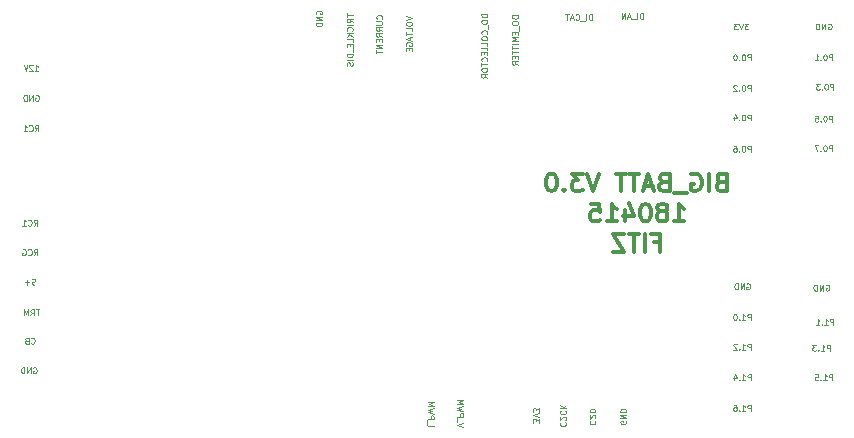
<source format=gbo>
G04 #@! TF.GenerationSoftware,KiCad,Pcbnew,6.0.0-rc1-unknown-179dfa0~84~ubuntu18.04.1*
G04 #@! TF.CreationDate,2019-04-16T21:03:25-07:00
G04 #@! TF.ProjectId,big_battery_v3,6269675f-6261-4747-9465-72795f76332e,rev?*
G04 #@! TF.SameCoordinates,Original*
G04 #@! TF.FileFunction,Legend,Bot*
G04 #@! TF.FilePolarity,Positive*
%FSLAX46Y46*%
G04 Gerber Fmt 4.6, Leading zero omitted, Abs format (unit mm)*
G04 Created by KiCad (PCBNEW 6.0.0-rc1-unknown-179dfa0~84~ubuntu18.04.1) date Tue 16 Apr 2019 09:03:25 PM PDT*
%MOMM*%
%LPD*%
G04 APERTURE LIST*
%ADD10C,0.300000*%
%ADD11C,0.100000*%
G04 APERTURE END LIST*
D10*
X64507142Y-19042857D02*
X64292857Y-19114285D01*
X64221428Y-19185714D01*
X64150000Y-19328571D01*
X64150000Y-19542857D01*
X64221428Y-19685714D01*
X64292857Y-19757142D01*
X64435714Y-19828571D01*
X65007142Y-19828571D01*
X65007142Y-18328571D01*
X64507142Y-18328571D01*
X64364285Y-18400000D01*
X64292857Y-18471428D01*
X64221428Y-18614285D01*
X64221428Y-18757142D01*
X64292857Y-18900000D01*
X64364285Y-18971428D01*
X64507142Y-19042857D01*
X65007142Y-19042857D01*
X63507142Y-19828571D02*
X63507142Y-18328571D01*
X62007142Y-18400000D02*
X62150000Y-18328571D01*
X62364285Y-18328571D01*
X62578571Y-18400000D01*
X62721428Y-18542857D01*
X62792857Y-18685714D01*
X62864285Y-18971428D01*
X62864285Y-19185714D01*
X62792857Y-19471428D01*
X62721428Y-19614285D01*
X62578571Y-19757142D01*
X62364285Y-19828571D01*
X62221428Y-19828571D01*
X62007142Y-19757142D01*
X61935714Y-19685714D01*
X61935714Y-19185714D01*
X62221428Y-19185714D01*
X61650000Y-19971428D02*
X60507142Y-19971428D01*
X59650000Y-19042857D02*
X59435714Y-19114285D01*
X59364285Y-19185714D01*
X59292857Y-19328571D01*
X59292857Y-19542857D01*
X59364285Y-19685714D01*
X59435714Y-19757142D01*
X59578571Y-19828571D01*
X60150000Y-19828571D01*
X60150000Y-18328571D01*
X59650000Y-18328571D01*
X59507142Y-18400000D01*
X59435714Y-18471428D01*
X59364285Y-18614285D01*
X59364285Y-18757142D01*
X59435714Y-18900000D01*
X59507142Y-18971428D01*
X59650000Y-19042857D01*
X60150000Y-19042857D01*
X58721428Y-19400000D02*
X58007142Y-19400000D01*
X58864285Y-19828571D02*
X58364285Y-18328571D01*
X57864285Y-19828571D01*
X57578571Y-18328571D02*
X56721428Y-18328571D01*
X57150000Y-19828571D02*
X57150000Y-18328571D01*
X56435714Y-18328571D02*
X55578571Y-18328571D01*
X56007142Y-19828571D02*
X56007142Y-18328571D01*
X54150000Y-18328571D02*
X53650000Y-19828571D01*
X53150000Y-18328571D01*
X52792857Y-18328571D02*
X51864285Y-18328571D01*
X52364285Y-18900000D01*
X52150000Y-18900000D01*
X52007142Y-18971428D01*
X51935714Y-19042857D01*
X51864285Y-19185714D01*
X51864285Y-19542857D01*
X51935714Y-19685714D01*
X52007142Y-19757142D01*
X52150000Y-19828571D01*
X52578571Y-19828571D01*
X52721428Y-19757142D01*
X52792857Y-19685714D01*
X51221428Y-19685714D02*
X51150000Y-19757142D01*
X51221428Y-19828571D01*
X51292857Y-19757142D01*
X51221428Y-19685714D01*
X51221428Y-19828571D01*
X50221428Y-18328571D02*
X50078571Y-18328571D01*
X49935714Y-18400000D01*
X49864285Y-18471428D01*
X49792857Y-18614285D01*
X49721428Y-18900000D01*
X49721428Y-19257142D01*
X49792857Y-19542857D01*
X49864285Y-19685714D01*
X49935714Y-19757142D01*
X50078571Y-19828571D01*
X50221428Y-19828571D01*
X50364285Y-19757142D01*
X50435714Y-19685714D01*
X50507142Y-19542857D01*
X50578571Y-19257142D01*
X50578571Y-18900000D01*
X50507142Y-18614285D01*
X50435714Y-18471428D01*
X50364285Y-18400000D01*
X50221428Y-18328571D01*
X60542857Y-22378571D02*
X61400000Y-22378571D01*
X60971428Y-22378571D02*
X60971428Y-20878571D01*
X61114285Y-21092857D01*
X61257142Y-21235714D01*
X61400000Y-21307142D01*
X59685714Y-21521428D02*
X59828571Y-21450000D01*
X59900000Y-21378571D01*
X59971428Y-21235714D01*
X59971428Y-21164285D01*
X59900000Y-21021428D01*
X59828571Y-20950000D01*
X59685714Y-20878571D01*
X59400000Y-20878571D01*
X59257142Y-20950000D01*
X59185714Y-21021428D01*
X59114285Y-21164285D01*
X59114285Y-21235714D01*
X59185714Y-21378571D01*
X59257142Y-21450000D01*
X59400000Y-21521428D01*
X59685714Y-21521428D01*
X59828571Y-21592857D01*
X59900000Y-21664285D01*
X59971428Y-21807142D01*
X59971428Y-22092857D01*
X59900000Y-22235714D01*
X59828571Y-22307142D01*
X59685714Y-22378571D01*
X59400000Y-22378571D01*
X59257142Y-22307142D01*
X59185714Y-22235714D01*
X59114285Y-22092857D01*
X59114285Y-21807142D01*
X59185714Y-21664285D01*
X59257142Y-21592857D01*
X59400000Y-21521428D01*
X58185714Y-20878571D02*
X58042857Y-20878571D01*
X57900000Y-20950000D01*
X57828571Y-21021428D01*
X57757142Y-21164285D01*
X57685714Y-21450000D01*
X57685714Y-21807142D01*
X57757142Y-22092857D01*
X57828571Y-22235714D01*
X57900000Y-22307142D01*
X58042857Y-22378571D01*
X58185714Y-22378571D01*
X58328571Y-22307142D01*
X58400000Y-22235714D01*
X58471428Y-22092857D01*
X58542857Y-21807142D01*
X58542857Y-21450000D01*
X58471428Y-21164285D01*
X58400000Y-21021428D01*
X58328571Y-20950000D01*
X58185714Y-20878571D01*
X56400000Y-21378571D02*
X56400000Y-22378571D01*
X56757142Y-20807142D02*
X57114285Y-21878571D01*
X56185714Y-21878571D01*
X54828571Y-22378571D02*
X55685714Y-22378571D01*
X55257142Y-22378571D02*
X55257142Y-20878571D01*
X55400000Y-21092857D01*
X55542857Y-21235714D01*
X55685714Y-21307142D01*
X53471428Y-20878571D02*
X54185714Y-20878571D01*
X54257142Y-21592857D01*
X54185714Y-21521428D01*
X54042857Y-21450000D01*
X53685714Y-21450000D01*
X53542857Y-21521428D01*
X53471428Y-21592857D01*
X53400000Y-21735714D01*
X53400000Y-22092857D01*
X53471428Y-22235714D01*
X53542857Y-22307142D01*
X53685714Y-22378571D01*
X54042857Y-22378571D01*
X54185714Y-22307142D01*
X54257142Y-22235714D01*
X58828571Y-24142857D02*
X59328571Y-24142857D01*
X59328571Y-24928571D02*
X59328571Y-23428571D01*
X58614285Y-23428571D01*
X58042857Y-24928571D02*
X58042857Y-23428571D01*
X57542857Y-23428571D02*
X56685714Y-23428571D01*
X57114285Y-24928571D02*
X57114285Y-23428571D01*
X56328571Y-23428571D02*
X55328571Y-23428571D01*
X56328571Y-24928571D01*
X55328571Y-24928571D01*
D11*
X39673809Y-39711904D02*
X40173809Y-39711904D01*
X39626190Y-39592857D02*
X39626190Y-39211904D01*
X39673809Y-39092857D02*
X40173809Y-39092857D01*
X40173809Y-38902380D01*
X40150000Y-38854761D01*
X40126190Y-38830952D01*
X40078571Y-38807142D01*
X40007142Y-38807142D01*
X39959523Y-38830952D01*
X39935714Y-38854761D01*
X39911904Y-38902380D01*
X39911904Y-39092857D01*
X40173809Y-38640476D02*
X39673809Y-38521428D01*
X40030952Y-38426190D01*
X39673809Y-38330952D01*
X40173809Y-38211904D01*
X39673809Y-38021428D02*
X40173809Y-38021428D01*
X39816666Y-37854761D01*
X40173809Y-37688095D01*
X39673809Y-37688095D01*
X42673809Y-39778571D02*
X42173809Y-39611904D01*
X42673809Y-39445238D01*
X42126190Y-39397619D02*
X42126190Y-39016666D01*
X42173809Y-38897619D02*
X42673809Y-38897619D01*
X42673809Y-38707142D01*
X42650000Y-38659523D01*
X42626190Y-38635714D01*
X42578571Y-38611904D01*
X42507142Y-38611904D01*
X42459523Y-38635714D01*
X42435714Y-38659523D01*
X42411904Y-38707142D01*
X42411904Y-38897619D01*
X42673809Y-38445238D02*
X42173809Y-38326190D01*
X42530952Y-38230952D01*
X42173809Y-38135714D01*
X42673809Y-38016666D01*
X42173809Y-37826190D02*
X42673809Y-37826190D01*
X42316666Y-37659523D01*
X42673809Y-37492857D01*
X42173809Y-37492857D01*
X6405523Y-9624190D02*
X6691238Y-9624190D01*
X6548380Y-9624190D02*
X6548380Y-9124190D01*
X6596000Y-9195619D01*
X6643619Y-9243238D01*
X6691238Y-9267047D01*
X6215047Y-9171809D02*
X6191238Y-9148000D01*
X6143619Y-9124190D01*
X6024571Y-9124190D01*
X5976952Y-9148000D01*
X5953142Y-9171809D01*
X5929333Y-9219428D01*
X5929333Y-9267047D01*
X5953142Y-9338476D01*
X6238857Y-9624190D01*
X5929333Y-9624190D01*
X5786476Y-9124190D02*
X5619809Y-9624190D01*
X5453142Y-9124190D01*
X6476952Y-11688000D02*
X6524571Y-11664190D01*
X6596000Y-11664190D01*
X6667428Y-11688000D01*
X6715047Y-11735619D01*
X6738857Y-11783238D01*
X6762666Y-11878476D01*
X6762666Y-11949904D01*
X6738857Y-12045142D01*
X6715047Y-12092761D01*
X6667428Y-12140380D01*
X6596000Y-12164190D01*
X6548380Y-12164190D01*
X6476952Y-12140380D01*
X6453142Y-12116571D01*
X6453142Y-11949904D01*
X6548380Y-11949904D01*
X6238857Y-12164190D02*
X6238857Y-11664190D01*
X5953142Y-12164190D01*
X5953142Y-11664190D01*
X5715047Y-12164190D02*
X5715047Y-11664190D01*
X5596000Y-11664190D01*
X5524571Y-11688000D01*
X5476952Y-11735619D01*
X5453142Y-11783238D01*
X5429333Y-11878476D01*
X5429333Y-11949904D01*
X5453142Y-12045142D01*
X5476952Y-12092761D01*
X5524571Y-12140380D01*
X5596000Y-12164190D01*
X5715047Y-12164190D01*
X6429333Y-14726190D02*
X6596000Y-14488095D01*
X6715047Y-14726190D02*
X6715047Y-14226190D01*
X6524571Y-14226190D01*
X6476952Y-14250000D01*
X6453142Y-14273809D01*
X6429333Y-14321428D01*
X6429333Y-14392857D01*
X6453142Y-14440476D01*
X6476952Y-14464285D01*
X6524571Y-14488095D01*
X6715047Y-14488095D01*
X5929333Y-14678571D02*
X5953142Y-14702380D01*
X6024571Y-14726190D01*
X6072190Y-14726190D01*
X6143619Y-14702380D01*
X6191238Y-14654761D01*
X6215047Y-14607142D01*
X6238857Y-14511904D01*
X6238857Y-14440476D01*
X6215047Y-14345238D01*
X6191238Y-14297619D01*
X6143619Y-14250000D01*
X6072190Y-14226190D01*
X6024571Y-14226190D01*
X5953142Y-14250000D01*
X5929333Y-14273809D01*
X5453142Y-14726190D02*
X5738857Y-14726190D01*
X5596000Y-14726190D02*
X5596000Y-14226190D01*
X5643619Y-14297619D01*
X5691238Y-14345238D01*
X5738857Y-14369047D01*
X6333333Y-22726190D02*
X6500000Y-22488095D01*
X6619047Y-22726190D02*
X6619047Y-22226190D01*
X6428571Y-22226190D01*
X6380952Y-22250000D01*
X6357142Y-22273809D01*
X6333333Y-22321428D01*
X6333333Y-22392857D01*
X6357142Y-22440476D01*
X6380952Y-22464285D01*
X6428571Y-22488095D01*
X6619047Y-22488095D01*
X5833333Y-22678571D02*
X5857142Y-22702380D01*
X5928571Y-22726190D01*
X5976190Y-22726190D01*
X6047619Y-22702380D01*
X6095238Y-22654761D01*
X6119047Y-22607142D01*
X6142857Y-22511904D01*
X6142857Y-22440476D01*
X6119047Y-22345238D01*
X6095238Y-22297619D01*
X6047619Y-22250000D01*
X5976190Y-22226190D01*
X5928571Y-22226190D01*
X5857142Y-22250000D01*
X5833333Y-22273809D01*
X5357142Y-22726190D02*
X5642857Y-22726190D01*
X5500000Y-22726190D02*
X5500000Y-22226190D01*
X5547619Y-22297619D01*
X5595238Y-22345238D01*
X5642857Y-22369047D01*
X6345238Y-25226190D02*
X6511904Y-24988095D01*
X6630952Y-25226190D02*
X6630952Y-24726190D01*
X6440476Y-24726190D01*
X6392857Y-24750000D01*
X6369047Y-24773809D01*
X6345238Y-24821428D01*
X6345238Y-24892857D01*
X6369047Y-24940476D01*
X6392857Y-24964285D01*
X6440476Y-24988095D01*
X6630952Y-24988095D01*
X5845238Y-25178571D02*
X5869047Y-25202380D01*
X5940476Y-25226190D01*
X5988095Y-25226190D01*
X6059523Y-25202380D01*
X6107142Y-25154761D01*
X6130952Y-25107142D01*
X6154761Y-25011904D01*
X6154761Y-24940476D01*
X6130952Y-24845238D01*
X6107142Y-24797619D01*
X6059523Y-24750000D01*
X5988095Y-24726190D01*
X5940476Y-24726190D01*
X5869047Y-24750000D01*
X5845238Y-24773809D01*
X5369047Y-24750000D02*
X5416666Y-24726190D01*
X5488095Y-24726190D01*
X5559523Y-24750000D01*
X5607142Y-24797619D01*
X5630952Y-24845238D01*
X5654761Y-24940476D01*
X5654761Y-25011904D01*
X5630952Y-25107142D01*
X5607142Y-25154761D01*
X5559523Y-25202380D01*
X5488095Y-25226190D01*
X5440476Y-25226190D01*
X5369047Y-25202380D01*
X5345238Y-25178571D01*
X5345238Y-25011904D01*
X5440476Y-25011904D01*
X6452380Y-27702380D02*
X6380952Y-27726190D01*
X6261904Y-27726190D01*
X6214285Y-27702380D01*
X6190476Y-27678571D01*
X6166666Y-27630952D01*
X6166666Y-27583333D01*
X6190476Y-27535714D01*
X6214285Y-27511904D01*
X6261904Y-27488095D01*
X6357142Y-27464285D01*
X6404761Y-27440476D01*
X6428571Y-27416666D01*
X6452380Y-27369047D01*
X6452380Y-27321428D01*
X6428571Y-27273809D01*
X6404761Y-27250000D01*
X6357142Y-27226190D01*
X6238095Y-27226190D01*
X6166666Y-27250000D01*
X5952380Y-27535714D02*
X5571428Y-27535714D01*
X5761904Y-27726190D02*
X5761904Y-27345238D01*
X6778571Y-29826190D02*
X6492857Y-29826190D01*
X6635714Y-30326190D02*
X6635714Y-29826190D01*
X6040476Y-30326190D02*
X6207142Y-30088095D01*
X6326190Y-30326190D02*
X6326190Y-29826190D01*
X6135714Y-29826190D01*
X6088095Y-29850000D01*
X6064285Y-29873809D01*
X6040476Y-29921428D01*
X6040476Y-29992857D01*
X6064285Y-30040476D01*
X6088095Y-30064285D01*
X6135714Y-30088095D01*
X6326190Y-30088095D01*
X5826190Y-30326190D02*
X5826190Y-29826190D01*
X5659523Y-30183333D01*
X5492857Y-29826190D01*
X5492857Y-30326190D01*
X6095238Y-32678571D02*
X6119047Y-32702380D01*
X6190476Y-32726190D01*
X6238095Y-32726190D01*
X6309523Y-32702380D01*
X6357142Y-32654761D01*
X6380952Y-32607142D01*
X6404761Y-32511904D01*
X6404761Y-32440476D01*
X6380952Y-32345238D01*
X6357142Y-32297619D01*
X6309523Y-32250000D01*
X6238095Y-32226190D01*
X6190476Y-32226190D01*
X6119047Y-32250000D01*
X6095238Y-32273809D01*
X5714285Y-32464285D02*
X5642857Y-32488095D01*
X5619047Y-32511904D01*
X5595238Y-32559523D01*
X5595238Y-32630952D01*
X5619047Y-32678571D01*
X5642857Y-32702380D01*
X5690476Y-32726190D01*
X5880952Y-32726190D01*
X5880952Y-32226190D01*
X5714285Y-32226190D01*
X5666666Y-32250000D01*
X5642857Y-32273809D01*
X5619047Y-32321428D01*
X5619047Y-32369047D01*
X5642857Y-32416666D01*
X5666666Y-32440476D01*
X5714285Y-32464285D01*
X5880952Y-32464285D01*
X6280952Y-34750000D02*
X6328571Y-34726190D01*
X6400000Y-34726190D01*
X6471428Y-34750000D01*
X6519047Y-34797619D01*
X6542857Y-34845238D01*
X6566666Y-34940476D01*
X6566666Y-35011904D01*
X6542857Y-35107142D01*
X6519047Y-35154761D01*
X6471428Y-35202380D01*
X6400000Y-35226190D01*
X6352380Y-35226190D01*
X6280952Y-35202380D01*
X6257142Y-35178571D01*
X6257142Y-35011904D01*
X6352380Y-35011904D01*
X6042857Y-35226190D02*
X6042857Y-34726190D01*
X5757142Y-35226190D01*
X5757142Y-34726190D01*
X5519047Y-35226190D02*
X5519047Y-34726190D01*
X5400000Y-34726190D01*
X5328571Y-34750000D01*
X5280952Y-34797619D01*
X5257142Y-34845238D01*
X5233333Y-34940476D01*
X5233333Y-35011904D01*
X5257142Y-35107142D01*
X5280952Y-35154761D01*
X5328571Y-35202380D01*
X5400000Y-35226190D01*
X5519047Y-35226190D01*
X49073809Y-39419047D02*
X49073809Y-39109523D01*
X48883333Y-39276190D01*
X48883333Y-39204761D01*
X48859523Y-39157142D01*
X48835714Y-39133333D01*
X48788095Y-39109523D01*
X48669047Y-39109523D01*
X48621428Y-39133333D01*
X48597619Y-39157142D01*
X48573809Y-39204761D01*
X48573809Y-39347619D01*
X48597619Y-39395238D01*
X48621428Y-39419047D01*
X49073809Y-38966666D02*
X48573809Y-38800000D01*
X49073809Y-38633333D01*
X49073809Y-38514285D02*
X49073809Y-38204761D01*
X48883333Y-38371428D01*
X48883333Y-38300000D01*
X48859523Y-38252380D01*
X48835714Y-38228571D01*
X48788095Y-38204761D01*
X48669047Y-38204761D01*
X48621428Y-38228571D01*
X48597619Y-38252380D01*
X48573809Y-38300000D01*
X48573809Y-38442857D01*
X48597619Y-38490476D01*
X48621428Y-38514285D01*
X50921428Y-39383333D02*
X50897619Y-39407142D01*
X50873809Y-39478571D01*
X50873809Y-39526190D01*
X50897619Y-39597619D01*
X50945238Y-39645238D01*
X50992857Y-39669047D01*
X51088095Y-39692857D01*
X51159523Y-39692857D01*
X51254761Y-39669047D01*
X51302380Y-39645238D01*
X51350000Y-39597619D01*
X51373809Y-39526190D01*
X51373809Y-39478571D01*
X51350000Y-39407142D01*
X51326190Y-39383333D01*
X51326190Y-39192857D02*
X51350000Y-39169047D01*
X51373809Y-39121428D01*
X51373809Y-39002380D01*
X51350000Y-38954761D01*
X51326190Y-38930952D01*
X51278571Y-38907142D01*
X51230952Y-38907142D01*
X51159523Y-38930952D01*
X50873809Y-39216666D01*
X50873809Y-38907142D01*
X50921428Y-38407142D02*
X50897619Y-38430952D01*
X50873809Y-38502380D01*
X50873809Y-38550000D01*
X50897619Y-38621428D01*
X50945238Y-38669047D01*
X50992857Y-38692857D01*
X51088095Y-38716666D01*
X51159523Y-38716666D01*
X51254761Y-38692857D01*
X51302380Y-38669047D01*
X51350000Y-38621428D01*
X51373809Y-38550000D01*
X51373809Y-38502380D01*
X51350000Y-38430952D01*
X51326190Y-38407142D01*
X50873809Y-38192857D02*
X51373809Y-38192857D01*
X50873809Y-37907142D02*
X51159523Y-38121428D01*
X51373809Y-37907142D02*
X51088095Y-38192857D01*
X53421428Y-39233333D02*
X53397619Y-39257142D01*
X53373809Y-39328571D01*
X53373809Y-39376190D01*
X53397619Y-39447619D01*
X53445238Y-39495238D01*
X53492857Y-39519047D01*
X53588095Y-39542857D01*
X53659523Y-39542857D01*
X53754761Y-39519047D01*
X53802380Y-39495238D01*
X53850000Y-39447619D01*
X53873809Y-39376190D01*
X53873809Y-39328571D01*
X53850000Y-39257142D01*
X53826190Y-39233333D01*
X53826190Y-39042857D02*
X53850000Y-39019047D01*
X53873809Y-38971428D01*
X53873809Y-38852380D01*
X53850000Y-38804761D01*
X53826190Y-38780952D01*
X53778571Y-38757142D01*
X53730952Y-38757142D01*
X53659523Y-38780952D01*
X53373809Y-39066666D01*
X53373809Y-38757142D01*
X53373809Y-38542857D02*
X53873809Y-38542857D01*
X53873809Y-38423809D01*
X53850000Y-38352380D01*
X53802380Y-38304761D01*
X53754761Y-38280952D01*
X53659523Y-38257142D01*
X53588095Y-38257142D01*
X53492857Y-38280952D01*
X53445238Y-38304761D01*
X53397619Y-38352380D01*
X53373809Y-38423809D01*
X53373809Y-38542857D01*
X56450000Y-39280952D02*
X56473809Y-39328571D01*
X56473809Y-39400000D01*
X56450000Y-39471428D01*
X56402380Y-39519047D01*
X56354761Y-39542857D01*
X56259523Y-39566666D01*
X56188095Y-39566666D01*
X56092857Y-39542857D01*
X56045238Y-39519047D01*
X55997619Y-39471428D01*
X55973809Y-39400000D01*
X55973809Y-39352380D01*
X55997619Y-39280952D01*
X56021428Y-39257142D01*
X56188095Y-39257142D01*
X56188095Y-39352380D01*
X55973809Y-39042857D02*
X56473809Y-39042857D01*
X55973809Y-38757142D01*
X56473809Y-38757142D01*
X55973809Y-38519047D02*
X56473809Y-38519047D01*
X56473809Y-38400000D01*
X56450000Y-38328571D01*
X56402380Y-38280952D01*
X56354761Y-38257142D01*
X56259523Y-38233333D01*
X56188095Y-38233333D01*
X56092857Y-38257142D01*
X56045238Y-38280952D01*
X55997619Y-38328571D01*
X55973809Y-38400000D01*
X55973809Y-38519047D01*
X73380952Y-27750000D02*
X73428571Y-27726190D01*
X73500000Y-27726190D01*
X73571428Y-27750000D01*
X73619047Y-27797619D01*
X73642857Y-27845238D01*
X73666666Y-27940476D01*
X73666666Y-28011904D01*
X73642857Y-28107142D01*
X73619047Y-28154761D01*
X73571428Y-28202380D01*
X73500000Y-28226190D01*
X73452380Y-28226190D01*
X73380952Y-28202380D01*
X73357142Y-28178571D01*
X73357142Y-28011904D01*
X73452380Y-28011904D01*
X73142857Y-28226190D02*
X73142857Y-27726190D01*
X72857142Y-28226190D01*
X72857142Y-27726190D01*
X72619047Y-28226190D02*
X72619047Y-27726190D01*
X72500000Y-27726190D01*
X72428571Y-27750000D01*
X72380952Y-27797619D01*
X72357142Y-27845238D01*
X72333333Y-27940476D01*
X72333333Y-28011904D01*
X72357142Y-28107142D01*
X72380952Y-28154761D01*
X72428571Y-28202380D01*
X72500000Y-28226190D01*
X72619047Y-28226190D01*
X74026190Y-31126190D02*
X74026190Y-30626190D01*
X73835714Y-30626190D01*
X73788095Y-30650000D01*
X73764285Y-30673809D01*
X73740476Y-30721428D01*
X73740476Y-30792857D01*
X73764285Y-30840476D01*
X73788095Y-30864285D01*
X73835714Y-30888095D01*
X74026190Y-30888095D01*
X73264285Y-31126190D02*
X73550000Y-31126190D01*
X73407142Y-31126190D02*
X73407142Y-30626190D01*
X73454761Y-30697619D01*
X73502380Y-30745238D01*
X73550000Y-30769047D01*
X73050000Y-31078571D02*
X73026190Y-31102380D01*
X73050000Y-31126190D01*
X73073809Y-31102380D01*
X73050000Y-31078571D01*
X73050000Y-31126190D01*
X72550000Y-31126190D02*
X72835714Y-31126190D01*
X72692857Y-31126190D02*
X72692857Y-30626190D01*
X72740476Y-30697619D01*
X72788095Y-30745238D01*
X72835714Y-30769047D01*
X73726190Y-33326190D02*
X73726190Y-32826190D01*
X73535714Y-32826190D01*
X73488095Y-32850000D01*
X73464285Y-32873809D01*
X73440476Y-32921428D01*
X73440476Y-32992857D01*
X73464285Y-33040476D01*
X73488095Y-33064285D01*
X73535714Y-33088095D01*
X73726190Y-33088095D01*
X72964285Y-33326190D02*
X73250000Y-33326190D01*
X73107142Y-33326190D02*
X73107142Y-32826190D01*
X73154761Y-32897619D01*
X73202380Y-32945238D01*
X73250000Y-32969047D01*
X72750000Y-33278571D02*
X72726190Y-33302380D01*
X72750000Y-33326190D01*
X72773809Y-33302380D01*
X72750000Y-33278571D01*
X72750000Y-33326190D01*
X72559523Y-32826190D02*
X72250000Y-32826190D01*
X72416666Y-33016666D01*
X72345238Y-33016666D01*
X72297619Y-33040476D01*
X72273809Y-33064285D01*
X72250000Y-33111904D01*
X72250000Y-33230952D01*
X72273809Y-33278571D01*
X72297619Y-33302380D01*
X72345238Y-33326190D01*
X72488095Y-33326190D01*
X72535714Y-33302380D01*
X72559523Y-33278571D01*
X73926190Y-35826190D02*
X73926190Y-35326190D01*
X73735714Y-35326190D01*
X73688095Y-35350000D01*
X73664285Y-35373809D01*
X73640476Y-35421428D01*
X73640476Y-35492857D01*
X73664285Y-35540476D01*
X73688095Y-35564285D01*
X73735714Y-35588095D01*
X73926190Y-35588095D01*
X73164285Y-35826190D02*
X73450000Y-35826190D01*
X73307142Y-35826190D02*
X73307142Y-35326190D01*
X73354761Y-35397619D01*
X73402380Y-35445238D01*
X73450000Y-35469047D01*
X72950000Y-35778571D02*
X72926190Y-35802380D01*
X72950000Y-35826190D01*
X72973809Y-35802380D01*
X72950000Y-35778571D01*
X72950000Y-35826190D01*
X72473809Y-35326190D02*
X72711904Y-35326190D01*
X72735714Y-35564285D01*
X72711904Y-35540476D01*
X72664285Y-35516666D01*
X72545238Y-35516666D01*
X72497619Y-35540476D01*
X72473809Y-35564285D01*
X72450000Y-35611904D01*
X72450000Y-35730952D01*
X72473809Y-35778571D01*
X72497619Y-35802380D01*
X72545238Y-35826190D01*
X72664285Y-35826190D01*
X72711904Y-35802380D01*
X72735714Y-35778571D01*
X67026190Y-38426190D02*
X67026190Y-37926190D01*
X66835714Y-37926190D01*
X66788095Y-37950000D01*
X66764285Y-37973809D01*
X66740476Y-38021428D01*
X66740476Y-38092857D01*
X66764285Y-38140476D01*
X66788095Y-38164285D01*
X66835714Y-38188095D01*
X67026190Y-38188095D01*
X66264285Y-38426190D02*
X66550000Y-38426190D01*
X66407142Y-38426190D02*
X66407142Y-37926190D01*
X66454761Y-37997619D01*
X66502380Y-38045238D01*
X66550000Y-38069047D01*
X66050000Y-38378571D02*
X66026190Y-38402380D01*
X66050000Y-38426190D01*
X66073809Y-38402380D01*
X66050000Y-38378571D01*
X66050000Y-38426190D01*
X65597619Y-37926190D02*
X65692857Y-37926190D01*
X65740476Y-37950000D01*
X65764285Y-37973809D01*
X65811904Y-38045238D01*
X65835714Y-38140476D01*
X65835714Y-38330952D01*
X65811904Y-38378571D01*
X65788095Y-38402380D01*
X65740476Y-38426190D01*
X65645238Y-38426190D01*
X65597619Y-38402380D01*
X65573809Y-38378571D01*
X65550000Y-38330952D01*
X65550000Y-38211904D01*
X65573809Y-38164285D01*
X65597619Y-38140476D01*
X65645238Y-38116666D01*
X65740476Y-38116666D01*
X65788095Y-38140476D01*
X65811904Y-38164285D01*
X65835714Y-38211904D01*
X67026190Y-35826190D02*
X67026190Y-35326190D01*
X66835714Y-35326190D01*
X66788095Y-35350000D01*
X66764285Y-35373809D01*
X66740476Y-35421428D01*
X66740476Y-35492857D01*
X66764285Y-35540476D01*
X66788095Y-35564285D01*
X66835714Y-35588095D01*
X67026190Y-35588095D01*
X66264285Y-35826190D02*
X66550000Y-35826190D01*
X66407142Y-35826190D02*
X66407142Y-35326190D01*
X66454761Y-35397619D01*
X66502380Y-35445238D01*
X66550000Y-35469047D01*
X66050000Y-35778571D02*
X66026190Y-35802380D01*
X66050000Y-35826190D01*
X66073809Y-35802380D01*
X66050000Y-35778571D01*
X66050000Y-35826190D01*
X65597619Y-35492857D02*
X65597619Y-35826190D01*
X65716666Y-35302380D02*
X65835714Y-35659523D01*
X65526190Y-35659523D01*
X67026190Y-33226190D02*
X67026190Y-32726190D01*
X66835714Y-32726190D01*
X66788095Y-32750000D01*
X66764285Y-32773809D01*
X66740476Y-32821428D01*
X66740476Y-32892857D01*
X66764285Y-32940476D01*
X66788095Y-32964285D01*
X66835714Y-32988095D01*
X67026190Y-32988095D01*
X66264285Y-33226190D02*
X66550000Y-33226190D01*
X66407142Y-33226190D02*
X66407142Y-32726190D01*
X66454761Y-32797619D01*
X66502380Y-32845238D01*
X66550000Y-32869047D01*
X66050000Y-33178571D02*
X66026190Y-33202380D01*
X66050000Y-33226190D01*
X66073809Y-33202380D01*
X66050000Y-33178571D01*
X66050000Y-33226190D01*
X65835714Y-32773809D02*
X65811904Y-32750000D01*
X65764285Y-32726190D01*
X65645238Y-32726190D01*
X65597619Y-32750000D01*
X65573809Y-32773809D01*
X65550000Y-32821428D01*
X65550000Y-32869047D01*
X65573809Y-32940476D01*
X65859523Y-33226190D01*
X65550000Y-33226190D01*
X67026190Y-30726190D02*
X67026190Y-30226190D01*
X66835714Y-30226190D01*
X66788095Y-30250000D01*
X66764285Y-30273809D01*
X66740476Y-30321428D01*
X66740476Y-30392857D01*
X66764285Y-30440476D01*
X66788095Y-30464285D01*
X66835714Y-30488095D01*
X67026190Y-30488095D01*
X66264285Y-30726190D02*
X66550000Y-30726190D01*
X66407142Y-30726190D02*
X66407142Y-30226190D01*
X66454761Y-30297619D01*
X66502380Y-30345238D01*
X66550000Y-30369047D01*
X66050000Y-30678571D02*
X66026190Y-30702380D01*
X66050000Y-30726190D01*
X66073809Y-30702380D01*
X66050000Y-30678571D01*
X66050000Y-30726190D01*
X65716666Y-30226190D02*
X65669047Y-30226190D01*
X65621428Y-30250000D01*
X65597619Y-30273809D01*
X65573809Y-30321428D01*
X65550000Y-30416666D01*
X65550000Y-30535714D01*
X65573809Y-30630952D01*
X65597619Y-30678571D01*
X65621428Y-30702380D01*
X65669047Y-30726190D01*
X65716666Y-30726190D01*
X65764285Y-30702380D01*
X65788095Y-30678571D01*
X65811904Y-30630952D01*
X65835714Y-30535714D01*
X65835714Y-30416666D01*
X65811904Y-30321428D01*
X65788095Y-30273809D01*
X65764285Y-30250000D01*
X65716666Y-30226190D01*
X66680952Y-27650000D02*
X66728571Y-27626190D01*
X66800000Y-27626190D01*
X66871428Y-27650000D01*
X66919047Y-27697619D01*
X66942857Y-27745238D01*
X66966666Y-27840476D01*
X66966666Y-27911904D01*
X66942857Y-28007142D01*
X66919047Y-28054761D01*
X66871428Y-28102380D01*
X66800000Y-28126190D01*
X66752380Y-28126190D01*
X66680952Y-28102380D01*
X66657142Y-28078571D01*
X66657142Y-27911904D01*
X66752380Y-27911904D01*
X66442857Y-28126190D02*
X66442857Y-27626190D01*
X66157142Y-28126190D01*
X66157142Y-27626190D01*
X65919047Y-28126190D02*
X65919047Y-27626190D01*
X65800000Y-27626190D01*
X65728571Y-27650000D01*
X65680952Y-27697619D01*
X65657142Y-27745238D01*
X65633333Y-27840476D01*
X65633333Y-27911904D01*
X65657142Y-28007142D01*
X65680952Y-28054761D01*
X65728571Y-28102380D01*
X65800000Y-28126190D01*
X65919047Y-28126190D01*
X73580952Y-5650000D02*
X73628571Y-5626190D01*
X73700000Y-5626190D01*
X73771428Y-5650000D01*
X73819047Y-5697619D01*
X73842857Y-5745238D01*
X73866666Y-5840476D01*
X73866666Y-5911904D01*
X73842857Y-6007142D01*
X73819047Y-6054761D01*
X73771428Y-6102380D01*
X73700000Y-6126190D01*
X73652380Y-6126190D01*
X73580952Y-6102380D01*
X73557142Y-6078571D01*
X73557142Y-5911904D01*
X73652380Y-5911904D01*
X73342857Y-6126190D02*
X73342857Y-5626190D01*
X73057142Y-6126190D01*
X73057142Y-5626190D01*
X72819047Y-6126190D02*
X72819047Y-5626190D01*
X72700000Y-5626190D01*
X72628571Y-5650000D01*
X72580952Y-5697619D01*
X72557142Y-5745238D01*
X72533333Y-5840476D01*
X72533333Y-5911904D01*
X72557142Y-6007142D01*
X72580952Y-6054761D01*
X72628571Y-6102380D01*
X72700000Y-6126190D01*
X72819047Y-6126190D01*
X73926190Y-8726190D02*
X73926190Y-8226190D01*
X73735714Y-8226190D01*
X73688095Y-8250000D01*
X73664285Y-8273809D01*
X73640476Y-8321428D01*
X73640476Y-8392857D01*
X73664285Y-8440476D01*
X73688095Y-8464285D01*
X73735714Y-8488095D01*
X73926190Y-8488095D01*
X73330952Y-8226190D02*
X73283333Y-8226190D01*
X73235714Y-8250000D01*
X73211904Y-8273809D01*
X73188095Y-8321428D01*
X73164285Y-8416666D01*
X73164285Y-8535714D01*
X73188095Y-8630952D01*
X73211904Y-8678571D01*
X73235714Y-8702380D01*
X73283333Y-8726190D01*
X73330952Y-8726190D01*
X73378571Y-8702380D01*
X73402380Y-8678571D01*
X73426190Y-8630952D01*
X73450000Y-8535714D01*
X73450000Y-8416666D01*
X73426190Y-8321428D01*
X73402380Y-8273809D01*
X73378571Y-8250000D01*
X73330952Y-8226190D01*
X72950000Y-8678571D02*
X72926190Y-8702380D01*
X72950000Y-8726190D01*
X72973809Y-8702380D01*
X72950000Y-8678571D01*
X72950000Y-8726190D01*
X72450000Y-8726190D02*
X72735714Y-8726190D01*
X72592857Y-8726190D02*
X72592857Y-8226190D01*
X72640476Y-8297619D01*
X72688095Y-8345238D01*
X72735714Y-8369047D01*
X74026190Y-11226190D02*
X74026190Y-10726190D01*
X73835714Y-10726190D01*
X73788095Y-10750000D01*
X73764285Y-10773809D01*
X73740476Y-10821428D01*
X73740476Y-10892857D01*
X73764285Y-10940476D01*
X73788095Y-10964285D01*
X73835714Y-10988095D01*
X74026190Y-10988095D01*
X73430952Y-10726190D02*
X73383333Y-10726190D01*
X73335714Y-10750000D01*
X73311904Y-10773809D01*
X73288095Y-10821428D01*
X73264285Y-10916666D01*
X73264285Y-11035714D01*
X73288095Y-11130952D01*
X73311904Y-11178571D01*
X73335714Y-11202380D01*
X73383333Y-11226190D01*
X73430952Y-11226190D01*
X73478571Y-11202380D01*
X73502380Y-11178571D01*
X73526190Y-11130952D01*
X73550000Y-11035714D01*
X73550000Y-10916666D01*
X73526190Y-10821428D01*
X73502380Y-10773809D01*
X73478571Y-10750000D01*
X73430952Y-10726190D01*
X73050000Y-11178571D02*
X73026190Y-11202380D01*
X73050000Y-11226190D01*
X73073809Y-11202380D01*
X73050000Y-11178571D01*
X73050000Y-11226190D01*
X72859523Y-10726190D02*
X72550000Y-10726190D01*
X72716666Y-10916666D01*
X72645238Y-10916666D01*
X72597619Y-10940476D01*
X72573809Y-10964285D01*
X72550000Y-11011904D01*
X72550000Y-11130952D01*
X72573809Y-11178571D01*
X72597619Y-11202380D01*
X72645238Y-11226190D01*
X72788095Y-11226190D01*
X72835714Y-11202380D01*
X72859523Y-11178571D01*
X73926190Y-13926190D02*
X73926190Y-13426190D01*
X73735714Y-13426190D01*
X73688095Y-13450000D01*
X73664285Y-13473809D01*
X73640476Y-13521428D01*
X73640476Y-13592857D01*
X73664285Y-13640476D01*
X73688095Y-13664285D01*
X73735714Y-13688095D01*
X73926190Y-13688095D01*
X73330952Y-13426190D02*
X73283333Y-13426190D01*
X73235714Y-13450000D01*
X73211904Y-13473809D01*
X73188095Y-13521428D01*
X73164285Y-13616666D01*
X73164285Y-13735714D01*
X73188095Y-13830952D01*
X73211904Y-13878571D01*
X73235714Y-13902380D01*
X73283333Y-13926190D01*
X73330952Y-13926190D01*
X73378571Y-13902380D01*
X73402380Y-13878571D01*
X73426190Y-13830952D01*
X73450000Y-13735714D01*
X73450000Y-13616666D01*
X73426190Y-13521428D01*
X73402380Y-13473809D01*
X73378571Y-13450000D01*
X73330952Y-13426190D01*
X72950000Y-13878571D02*
X72926190Y-13902380D01*
X72950000Y-13926190D01*
X72973809Y-13902380D01*
X72950000Y-13878571D01*
X72950000Y-13926190D01*
X72473809Y-13426190D02*
X72711904Y-13426190D01*
X72735714Y-13664285D01*
X72711904Y-13640476D01*
X72664285Y-13616666D01*
X72545238Y-13616666D01*
X72497619Y-13640476D01*
X72473809Y-13664285D01*
X72450000Y-13711904D01*
X72450000Y-13830952D01*
X72473809Y-13878571D01*
X72497619Y-13902380D01*
X72545238Y-13926190D01*
X72664285Y-13926190D01*
X72711904Y-13902380D01*
X72735714Y-13878571D01*
X73926190Y-16426190D02*
X73926190Y-15926190D01*
X73735714Y-15926190D01*
X73688095Y-15950000D01*
X73664285Y-15973809D01*
X73640476Y-16021428D01*
X73640476Y-16092857D01*
X73664285Y-16140476D01*
X73688095Y-16164285D01*
X73735714Y-16188095D01*
X73926190Y-16188095D01*
X73330952Y-15926190D02*
X73283333Y-15926190D01*
X73235714Y-15950000D01*
X73211904Y-15973809D01*
X73188095Y-16021428D01*
X73164285Y-16116666D01*
X73164285Y-16235714D01*
X73188095Y-16330952D01*
X73211904Y-16378571D01*
X73235714Y-16402380D01*
X73283333Y-16426190D01*
X73330952Y-16426190D01*
X73378571Y-16402380D01*
X73402380Y-16378571D01*
X73426190Y-16330952D01*
X73450000Y-16235714D01*
X73450000Y-16116666D01*
X73426190Y-16021428D01*
X73402380Y-15973809D01*
X73378571Y-15950000D01*
X73330952Y-15926190D01*
X72950000Y-16378571D02*
X72926190Y-16402380D01*
X72950000Y-16426190D01*
X72973809Y-16402380D01*
X72950000Y-16378571D01*
X72950000Y-16426190D01*
X72759523Y-15926190D02*
X72426190Y-15926190D01*
X72640476Y-16426190D01*
X67020190Y-16482190D02*
X67020190Y-15982190D01*
X66829714Y-15982190D01*
X66782095Y-16006000D01*
X66758285Y-16029809D01*
X66734476Y-16077428D01*
X66734476Y-16148857D01*
X66758285Y-16196476D01*
X66782095Y-16220285D01*
X66829714Y-16244095D01*
X67020190Y-16244095D01*
X66424952Y-15982190D02*
X66377333Y-15982190D01*
X66329714Y-16006000D01*
X66305904Y-16029809D01*
X66282095Y-16077428D01*
X66258285Y-16172666D01*
X66258285Y-16291714D01*
X66282095Y-16386952D01*
X66305904Y-16434571D01*
X66329714Y-16458380D01*
X66377333Y-16482190D01*
X66424952Y-16482190D01*
X66472571Y-16458380D01*
X66496380Y-16434571D01*
X66520190Y-16386952D01*
X66544000Y-16291714D01*
X66544000Y-16172666D01*
X66520190Y-16077428D01*
X66496380Y-16029809D01*
X66472571Y-16006000D01*
X66424952Y-15982190D01*
X66044000Y-16434571D02*
X66020190Y-16458380D01*
X66044000Y-16482190D01*
X66067809Y-16458380D01*
X66044000Y-16434571D01*
X66044000Y-16482190D01*
X65591619Y-15982190D02*
X65686857Y-15982190D01*
X65734476Y-16006000D01*
X65758285Y-16029809D01*
X65805904Y-16101238D01*
X65829714Y-16196476D01*
X65829714Y-16386952D01*
X65805904Y-16434571D01*
X65782095Y-16458380D01*
X65734476Y-16482190D01*
X65639238Y-16482190D01*
X65591619Y-16458380D01*
X65567809Y-16434571D01*
X65544000Y-16386952D01*
X65544000Y-16267904D01*
X65567809Y-16220285D01*
X65591619Y-16196476D01*
X65639238Y-16172666D01*
X65734476Y-16172666D01*
X65782095Y-16196476D01*
X65805904Y-16220285D01*
X65829714Y-16267904D01*
X67020190Y-13826190D02*
X67020190Y-13326190D01*
X66829714Y-13326190D01*
X66782095Y-13350000D01*
X66758285Y-13373809D01*
X66734476Y-13421428D01*
X66734476Y-13492857D01*
X66758285Y-13540476D01*
X66782095Y-13564285D01*
X66829714Y-13588095D01*
X67020190Y-13588095D01*
X66424952Y-13326190D02*
X66377333Y-13326190D01*
X66329714Y-13350000D01*
X66305904Y-13373809D01*
X66282095Y-13421428D01*
X66258285Y-13516666D01*
X66258285Y-13635714D01*
X66282095Y-13730952D01*
X66305904Y-13778571D01*
X66329714Y-13802380D01*
X66377333Y-13826190D01*
X66424952Y-13826190D01*
X66472571Y-13802380D01*
X66496380Y-13778571D01*
X66520190Y-13730952D01*
X66544000Y-13635714D01*
X66544000Y-13516666D01*
X66520190Y-13421428D01*
X66496380Y-13373809D01*
X66472571Y-13350000D01*
X66424952Y-13326190D01*
X66044000Y-13778571D02*
X66020190Y-13802380D01*
X66044000Y-13826190D01*
X66067809Y-13802380D01*
X66044000Y-13778571D01*
X66044000Y-13826190D01*
X65591619Y-13492857D02*
X65591619Y-13826190D01*
X65710666Y-13302380D02*
X65829714Y-13659523D01*
X65520190Y-13659523D01*
X67020190Y-11326190D02*
X67020190Y-10826190D01*
X66829714Y-10826190D01*
X66782095Y-10850000D01*
X66758285Y-10873809D01*
X66734476Y-10921428D01*
X66734476Y-10992857D01*
X66758285Y-11040476D01*
X66782095Y-11064285D01*
X66829714Y-11088095D01*
X67020190Y-11088095D01*
X66424952Y-10826190D02*
X66377333Y-10826190D01*
X66329714Y-10850000D01*
X66305904Y-10873809D01*
X66282095Y-10921428D01*
X66258285Y-11016666D01*
X66258285Y-11135714D01*
X66282095Y-11230952D01*
X66305904Y-11278571D01*
X66329714Y-11302380D01*
X66377333Y-11326190D01*
X66424952Y-11326190D01*
X66472571Y-11302380D01*
X66496380Y-11278571D01*
X66520190Y-11230952D01*
X66544000Y-11135714D01*
X66544000Y-11016666D01*
X66520190Y-10921428D01*
X66496380Y-10873809D01*
X66472571Y-10850000D01*
X66424952Y-10826190D01*
X66044000Y-11278571D02*
X66020190Y-11302380D01*
X66044000Y-11326190D01*
X66067809Y-11302380D01*
X66044000Y-11278571D01*
X66044000Y-11326190D01*
X65829714Y-10873809D02*
X65805904Y-10850000D01*
X65758285Y-10826190D01*
X65639238Y-10826190D01*
X65591619Y-10850000D01*
X65567809Y-10873809D01*
X65544000Y-10921428D01*
X65544000Y-10969047D01*
X65567809Y-11040476D01*
X65853523Y-11326190D01*
X65544000Y-11326190D01*
X67020190Y-8726190D02*
X67020190Y-8226190D01*
X66829714Y-8226190D01*
X66782095Y-8250000D01*
X66758285Y-8273809D01*
X66734476Y-8321428D01*
X66734476Y-8392857D01*
X66758285Y-8440476D01*
X66782095Y-8464285D01*
X66829714Y-8488095D01*
X67020190Y-8488095D01*
X66424952Y-8226190D02*
X66377333Y-8226190D01*
X66329714Y-8250000D01*
X66305904Y-8273809D01*
X66282095Y-8321428D01*
X66258285Y-8416666D01*
X66258285Y-8535714D01*
X66282095Y-8630952D01*
X66305904Y-8678571D01*
X66329714Y-8702380D01*
X66377333Y-8726190D01*
X66424952Y-8726190D01*
X66472571Y-8702380D01*
X66496380Y-8678571D01*
X66520190Y-8630952D01*
X66544000Y-8535714D01*
X66544000Y-8416666D01*
X66520190Y-8321428D01*
X66496380Y-8273809D01*
X66472571Y-8250000D01*
X66424952Y-8226190D01*
X66044000Y-8678571D02*
X66020190Y-8702380D01*
X66044000Y-8726190D01*
X66067809Y-8702380D01*
X66044000Y-8678571D01*
X66044000Y-8726190D01*
X65710666Y-8226190D02*
X65663047Y-8226190D01*
X65615428Y-8250000D01*
X65591619Y-8273809D01*
X65567809Y-8321428D01*
X65544000Y-8416666D01*
X65544000Y-8535714D01*
X65567809Y-8630952D01*
X65591619Y-8678571D01*
X65615428Y-8702380D01*
X65663047Y-8726190D01*
X65710666Y-8726190D01*
X65758285Y-8702380D01*
X65782095Y-8678571D01*
X65805904Y-8630952D01*
X65829714Y-8535714D01*
X65829714Y-8416666D01*
X65805904Y-8321428D01*
X65782095Y-8273809D01*
X65758285Y-8250000D01*
X65710666Y-8226190D01*
X66819047Y-5626190D02*
X66509523Y-5626190D01*
X66676190Y-5816666D01*
X66604761Y-5816666D01*
X66557142Y-5840476D01*
X66533333Y-5864285D01*
X66509523Y-5911904D01*
X66509523Y-6030952D01*
X66533333Y-6078571D01*
X66557142Y-6102380D01*
X66604761Y-6126190D01*
X66747619Y-6126190D01*
X66795238Y-6102380D01*
X66819047Y-6078571D01*
X66366666Y-5626190D02*
X66200000Y-6126190D01*
X66033333Y-5626190D01*
X65914285Y-5626190D02*
X65604761Y-5626190D01*
X65771428Y-5816666D01*
X65700000Y-5816666D01*
X65652380Y-5840476D01*
X65628571Y-5864285D01*
X65604761Y-5911904D01*
X65604761Y-6030952D01*
X65628571Y-6078571D01*
X65652380Y-6102380D01*
X65700000Y-6126190D01*
X65842857Y-6126190D01*
X65890476Y-6102380D01*
X65914285Y-6078571D01*
X57916666Y-5226190D02*
X57916666Y-4726190D01*
X57797619Y-4726190D01*
X57726190Y-4750000D01*
X57678571Y-4797619D01*
X57654761Y-4845238D01*
X57630952Y-4940476D01*
X57630952Y-5011904D01*
X57654761Y-5107142D01*
X57678571Y-5154761D01*
X57726190Y-5202380D01*
X57797619Y-5226190D01*
X57916666Y-5226190D01*
X57416666Y-5226190D02*
X57416666Y-4726190D01*
X57297619Y-5273809D02*
X56916666Y-5273809D01*
X56821428Y-5083333D02*
X56583333Y-5083333D01*
X56869047Y-5226190D02*
X56702380Y-4726190D01*
X56535714Y-5226190D01*
X56369047Y-5226190D02*
X56369047Y-4726190D01*
X56083333Y-5226190D01*
X56083333Y-4726190D01*
X53595238Y-5326190D02*
X53595238Y-4826190D01*
X53476190Y-4826190D01*
X53404761Y-4850000D01*
X53357142Y-4897619D01*
X53333333Y-4945238D01*
X53309523Y-5040476D01*
X53309523Y-5111904D01*
X53333333Y-5207142D01*
X53357142Y-5254761D01*
X53404761Y-5302380D01*
X53476190Y-5326190D01*
X53595238Y-5326190D01*
X53095238Y-5326190D02*
X53095238Y-4826190D01*
X52976190Y-5373809D02*
X52595238Y-5373809D01*
X52190476Y-5278571D02*
X52214285Y-5302380D01*
X52285714Y-5326190D01*
X52333333Y-5326190D01*
X52404761Y-5302380D01*
X52452380Y-5254761D01*
X52476190Y-5207142D01*
X52500000Y-5111904D01*
X52500000Y-5040476D01*
X52476190Y-4945238D01*
X52452380Y-4897619D01*
X52404761Y-4850000D01*
X52333333Y-4826190D01*
X52285714Y-4826190D01*
X52214285Y-4850000D01*
X52190476Y-4873809D01*
X52000000Y-5183333D02*
X51761904Y-5183333D01*
X52047619Y-5326190D02*
X51880952Y-4826190D01*
X51714285Y-5326190D01*
X51619047Y-4826190D02*
X51333333Y-4826190D01*
X51476190Y-5326190D02*
X51476190Y-4826190D01*
X47326190Y-4928571D02*
X46826190Y-4928571D01*
X46826190Y-5047619D01*
X46850000Y-5119047D01*
X46897619Y-5166666D01*
X46945238Y-5190476D01*
X47040476Y-5214285D01*
X47111904Y-5214285D01*
X47207142Y-5190476D01*
X47254761Y-5166666D01*
X47302380Y-5119047D01*
X47326190Y-5047619D01*
X47326190Y-4928571D01*
X46826190Y-5523809D02*
X46826190Y-5619047D01*
X46850000Y-5666666D01*
X46897619Y-5714285D01*
X46992857Y-5738095D01*
X47159523Y-5738095D01*
X47254761Y-5714285D01*
X47302380Y-5666666D01*
X47326190Y-5619047D01*
X47326190Y-5523809D01*
X47302380Y-5476190D01*
X47254761Y-5428571D01*
X47159523Y-5404761D01*
X46992857Y-5404761D01*
X46897619Y-5428571D01*
X46850000Y-5476190D01*
X46826190Y-5523809D01*
X47373809Y-5833333D02*
X47373809Y-6214285D01*
X47064285Y-6333333D02*
X47064285Y-6500000D01*
X47326190Y-6571428D02*
X47326190Y-6333333D01*
X46826190Y-6333333D01*
X46826190Y-6571428D01*
X47326190Y-6785714D02*
X46826190Y-6785714D01*
X47183333Y-6952380D01*
X46826190Y-7119047D01*
X47326190Y-7119047D01*
X47326190Y-7357142D02*
X46826190Y-7357142D01*
X46826190Y-7523809D02*
X46826190Y-7809523D01*
X47326190Y-7666666D02*
X46826190Y-7666666D01*
X46826190Y-7904761D02*
X46826190Y-8190476D01*
X47326190Y-8047619D02*
X46826190Y-8047619D01*
X47064285Y-8357142D02*
X47064285Y-8523809D01*
X47326190Y-8595238D02*
X47326190Y-8357142D01*
X46826190Y-8357142D01*
X46826190Y-8595238D01*
X47326190Y-9095238D02*
X47088095Y-8928571D01*
X47326190Y-8809523D02*
X46826190Y-8809523D01*
X46826190Y-9000000D01*
X46850000Y-9047619D01*
X46873809Y-9071428D01*
X46921428Y-9095238D01*
X46992857Y-9095238D01*
X47040476Y-9071428D01*
X47064285Y-9047619D01*
X47088095Y-9000000D01*
X47088095Y-8809523D01*
X44726190Y-4821428D02*
X44226190Y-4821428D01*
X44226190Y-4940476D01*
X44250000Y-5011904D01*
X44297619Y-5059523D01*
X44345238Y-5083333D01*
X44440476Y-5107142D01*
X44511904Y-5107142D01*
X44607142Y-5083333D01*
X44654761Y-5059523D01*
X44702380Y-5011904D01*
X44726190Y-4940476D01*
X44726190Y-4821428D01*
X44226190Y-5416666D02*
X44226190Y-5511904D01*
X44250000Y-5559523D01*
X44297619Y-5607142D01*
X44392857Y-5630952D01*
X44559523Y-5630952D01*
X44654761Y-5607142D01*
X44702380Y-5559523D01*
X44726190Y-5511904D01*
X44726190Y-5416666D01*
X44702380Y-5369047D01*
X44654761Y-5321428D01*
X44559523Y-5297619D01*
X44392857Y-5297619D01*
X44297619Y-5321428D01*
X44250000Y-5369047D01*
X44226190Y-5416666D01*
X44773809Y-5726190D02*
X44773809Y-6107142D01*
X44678571Y-6511904D02*
X44702380Y-6488095D01*
X44726190Y-6416666D01*
X44726190Y-6369047D01*
X44702380Y-6297619D01*
X44654761Y-6250000D01*
X44607142Y-6226190D01*
X44511904Y-6202380D01*
X44440476Y-6202380D01*
X44345238Y-6226190D01*
X44297619Y-6250000D01*
X44250000Y-6297619D01*
X44226190Y-6369047D01*
X44226190Y-6416666D01*
X44250000Y-6488095D01*
X44273809Y-6511904D01*
X44226190Y-6821428D02*
X44226190Y-6916666D01*
X44250000Y-6964285D01*
X44297619Y-7011904D01*
X44392857Y-7035714D01*
X44559523Y-7035714D01*
X44654761Y-7011904D01*
X44702380Y-6964285D01*
X44726190Y-6916666D01*
X44726190Y-6821428D01*
X44702380Y-6773809D01*
X44654761Y-6726190D01*
X44559523Y-6702380D01*
X44392857Y-6702380D01*
X44297619Y-6726190D01*
X44250000Y-6773809D01*
X44226190Y-6821428D01*
X44726190Y-7488095D02*
X44726190Y-7250000D01*
X44226190Y-7250000D01*
X44726190Y-7892857D02*
X44726190Y-7654761D01*
X44226190Y-7654761D01*
X44464285Y-8059523D02*
X44464285Y-8226190D01*
X44726190Y-8297619D02*
X44726190Y-8059523D01*
X44226190Y-8059523D01*
X44226190Y-8297619D01*
X44678571Y-8797619D02*
X44702380Y-8773809D01*
X44726190Y-8702380D01*
X44726190Y-8654761D01*
X44702380Y-8583333D01*
X44654761Y-8535714D01*
X44607142Y-8511904D01*
X44511904Y-8488095D01*
X44440476Y-8488095D01*
X44345238Y-8511904D01*
X44297619Y-8535714D01*
X44250000Y-8583333D01*
X44226190Y-8654761D01*
X44226190Y-8702380D01*
X44250000Y-8773809D01*
X44273809Y-8797619D01*
X44226190Y-8940476D02*
X44226190Y-9226190D01*
X44726190Y-9083333D02*
X44226190Y-9083333D01*
X44226190Y-9488095D02*
X44226190Y-9583333D01*
X44250000Y-9630952D01*
X44297619Y-9678571D01*
X44392857Y-9702380D01*
X44559523Y-9702380D01*
X44654761Y-9678571D01*
X44702380Y-9630952D01*
X44726190Y-9583333D01*
X44726190Y-9488095D01*
X44702380Y-9440476D01*
X44654761Y-9392857D01*
X44559523Y-9369047D01*
X44392857Y-9369047D01*
X44297619Y-9392857D01*
X44250000Y-9440476D01*
X44226190Y-9488095D01*
X44726190Y-10202380D02*
X44488095Y-10035714D01*
X44726190Y-9916666D02*
X44226190Y-9916666D01*
X44226190Y-10107142D01*
X44250000Y-10154761D01*
X44273809Y-10178571D01*
X44321428Y-10202380D01*
X44392857Y-10202380D01*
X44440476Y-10178571D01*
X44464285Y-10154761D01*
X44488095Y-10107142D01*
X44488095Y-9916666D01*
X37826190Y-4988095D02*
X38326190Y-5154761D01*
X37826190Y-5321428D01*
X37826190Y-5583333D02*
X37826190Y-5678571D01*
X37850000Y-5726190D01*
X37897619Y-5773809D01*
X37992857Y-5797619D01*
X38159523Y-5797619D01*
X38254761Y-5773809D01*
X38302380Y-5726190D01*
X38326190Y-5678571D01*
X38326190Y-5583333D01*
X38302380Y-5535714D01*
X38254761Y-5488095D01*
X38159523Y-5464285D01*
X37992857Y-5464285D01*
X37897619Y-5488095D01*
X37850000Y-5535714D01*
X37826190Y-5583333D01*
X38326190Y-6250000D02*
X38326190Y-6011904D01*
X37826190Y-6011904D01*
X37826190Y-6345238D02*
X37826190Y-6630952D01*
X38326190Y-6488095D02*
X37826190Y-6488095D01*
X38183333Y-6773809D02*
X38183333Y-7011904D01*
X38326190Y-6726190D02*
X37826190Y-6892857D01*
X38326190Y-7059523D01*
X37850000Y-7488095D02*
X37826190Y-7440476D01*
X37826190Y-7369047D01*
X37850000Y-7297619D01*
X37897619Y-7250000D01*
X37945238Y-7226190D01*
X38040476Y-7202380D01*
X38111904Y-7202380D01*
X38207142Y-7226190D01*
X38254761Y-7250000D01*
X38302380Y-7297619D01*
X38326190Y-7369047D01*
X38326190Y-7416666D01*
X38302380Y-7488095D01*
X38278571Y-7511904D01*
X38111904Y-7511904D01*
X38111904Y-7416666D01*
X38064285Y-7726190D02*
X38064285Y-7892857D01*
X38326190Y-7964285D02*
X38326190Y-7726190D01*
X37826190Y-7726190D01*
X37826190Y-7964285D01*
X35778571Y-5214285D02*
X35802380Y-5190476D01*
X35826190Y-5119047D01*
X35826190Y-5071428D01*
X35802380Y-5000000D01*
X35754761Y-4952380D01*
X35707142Y-4928571D01*
X35611904Y-4904761D01*
X35540476Y-4904761D01*
X35445238Y-4928571D01*
X35397619Y-4952380D01*
X35350000Y-5000000D01*
X35326190Y-5071428D01*
X35326190Y-5119047D01*
X35350000Y-5190476D01*
X35373809Y-5214285D01*
X35326190Y-5428571D02*
X35730952Y-5428571D01*
X35778571Y-5452380D01*
X35802380Y-5476190D01*
X35826190Y-5523809D01*
X35826190Y-5619047D01*
X35802380Y-5666666D01*
X35778571Y-5690476D01*
X35730952Y-5714285D01*
X35326190Y-5714285D01*
X35826190Y-6238095D02*
X35588095Y-6071428D01*
X35826190Y-5952380D02*
X35326190Y-5952380D01*
X35326190Y-6142857D01*
X35350000Y-6190476D01*
X35373809Y-6214285D01*
X35421428Y-6238095D01*
X35492857Y-6238095D01*
X35540476Y-6214285D01*
X35564285Y-6190476D01*
X35588095Y-6142857D01*
X35588095Y-5952380D01*
X35826190Y-6738095D02*
X35588095Y-6571428D01*
X35826190Y-6452380D02*
X35326190Y-6452380D01*
X35326190Y-6642857D01*
X35350000Y-6690476D01*
X35373809Y-6714285D01*
X35421428Y-6738095D01*
X35492857Y-6738095D01*
X35540476Y-6714285D01*
X35564285Y-6690476D01*
X35588095Y-6642857D01*
X35588095Y-6452380D01*
X35564285Y-6952380D02*
X35564285Y-7119047D01*
X35826190Y-7190476D02*
X35826190Y-6952380D01*
X35326190Y-6952380D01*
X35326190Y-7190476D01*
X35826190Y-7404761D02*
X35326190Y-7404761D01*
X35826190Y-7690476D01*
X35326190Y-7690476D01*
X35326190Y-7857142D02*
X35326190Y-8142857D01*
X35826190Y-8000000D02*
X35326190Y-8000000D01*
X32826190Y-4761904D02*
X32826190Y-5047619D01*
X33326190Y-4904761D02*
X32826190Y-4904761D01*
X33326190Y-5500000D02*
X33088095Y-5333333D01*
X33326190Y-5214285D02*
X32826190Y-5214285D01*
X32826190Y-5404761D01*
X32850000Y-5452380D01*
X32873809Y-5476190D01*
X32921428Y-5500000D01*
X32992857Y-5500000D01*
X33040476Y-5476190D01*
X33064285Y-5452380D01*
X33088095Y-5404761D01*
X33088095Y-5214285D01*
X33326190Y-5714285D02*
X32826190Y-5714285D01*
X33278571Y-6238095D02*
X33302380Y-6214285D01*
X33326190Y-6142857D01*
X33326190Y-6095238D01*
X33302380Y-6023809D01*
X33254761Y-5976190D01*
X33207142Y-5952380D01*
X33111904Y-5928571D01*
X33040476Y-5928571D01*
X32945238Y-5952380D01*
X32897619Y-5976190D01*
X32850000Y-6023809D01*
X32826190Y-6095238D01*
X32826190Y-6142857D01*
X32850000Y-6214285D01*
X32873809Y-6238095D01*
X33326190Y-6452380D02*
X32826190Y-6452380D01*
X33326190Y-6738095D02*
X33040476Y-6523809D01*
X32826190Y-6738095D02*
X33111904Y-6452380D01*
X33326190Y-7190476D02*
X33326190Y-6952380D01*
X32826190Y-6952380D01*
X33064285Y-7357142D02*
X33064285Y-7523809D01*
X33326190Y-7595238D02*
X33326190Y-7357142D01*
X32826190Y-7357142D01*
X32826190Y-7595238D01*
X33373809Y-7690476D02*
X33373809Y-8071428D01*
X33326190Y-8190476D02*
X32826190Y-8190476D01*
X32826190Y-8309523D01*
X32850000Y-8380952D01*
X32897619Y-8428571D01*
X32945238Y-8452380D01*
X33040476Y-8476190D01*
X33111904Y-8476190D01*
X33207142Y-8452380D01*
X33254761Y-8428571D01*
X33302380Y-8380952D01*
X33326190Y-8309523D01*
X33326190Y-8190476D01*
X33326190Y-8690476D02*
X32826190Y-8690476D01*
X33302380Y-8904761D02*
X33326190Y-8976190D01*
X33326190Y-9095238D01*
X33302380Y-9142857D01*
X33278571Y-9166666D01*
X33230952Y-9190476D01*
X33183333Y-9190476D01*
X33135714Y-9166666D01*
X33111904Y-9142857D01*
X33088095Y-9095238D01*
X33064285Y-9000000D01*
X33040476Y-8952380D01*
X33016666Y-8928571D01*
X32969047Y-8904761D01*
X32921428Y-8904761D01*
X32873809Y-8928571D01*
X32850000Y-8952380D01*
X32826190Y-9000000D01*
X32826190Y-9119047D01*
X32850000Y-9190476D01*
X30250000Y-4819047D02*
X30226190Y-4771428D01*
X30226190Y-4700000D01*
X30250000Y-4628571D01*
X30297619Y-4580952D01*
X30345238Y-4557142D01*
X30440476Y-4533333D01*
X30511904Y-4533333D01*
X30607142Y-4557142D01*
X30654761Y-4580952D01*
X30702380Y-4628571D01*
X30726190Y-4700000D01*
X30726190Y-4747619D01*
X30702380Y-4819047D01*
X30678571Y-4842857D01*
X30511904Y-4842857D01*
X30511904Y-4747619D01*
X30726190Y-5057142D02*
X30226190Y-5057142D01*
X30726190Y-5342857D01*
X30226190Y-5342857D01*
X30726190Y-5580952D02*
X30226190Y-5580952D01*
X30226190Y-5700000D01*
X30250000Y-5771428D01*
X30297619Y-5819047D01*
X30345238Y-5842857D01*
X30440476Y-5866666D01*
X30511904Y-5866666D01*
X30607142Y-5842857D01*
X30654761Y-5819047D01*
X30702380Y-5771428D01*
X30726190Y-5700000D01*
X30726190Y-5580952D01*
M02*

</source>
